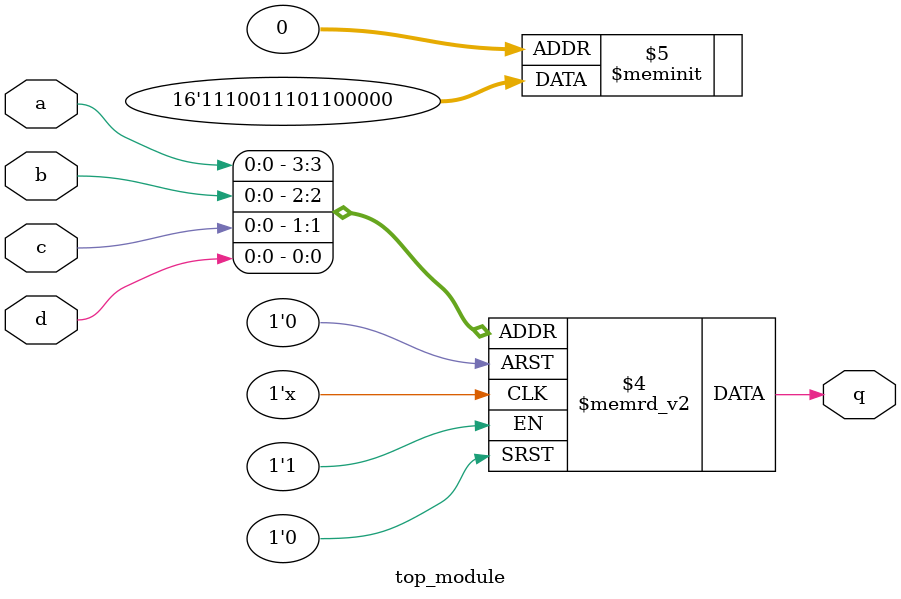
<source format=sv>
module top_module (
	input a, 
	input b, 
	input c, 
	input d,
	output q
);

	reg q;

	always @(*) begin
		case({a, b, c, d})
			4'b0000: q = 1'b0;
			4'b0001: q = 1'b0;
			4'b0010: q = 1'b0;
			4'b0011: q = 1'b0;
			4'b0100: q = 1'b0;
			4'b0101: q = 1'b1;
			4'b0110: q = 1'b1;
			4'b0111: q = 1'b0;
			4'b1000: q = 1'b1;
			4'b1001: q = 1'b1;
			4'b1010: q = 1'b1;
			4'b1011: q = 1'b0;
			4'b1100: q = 1'b0;
			4'b1101: q = 1'b1;
			4'b1110: q = 1'b1;
			4'b1111: q = 1'b1;
		endcase
	end

endmodule

</source>
